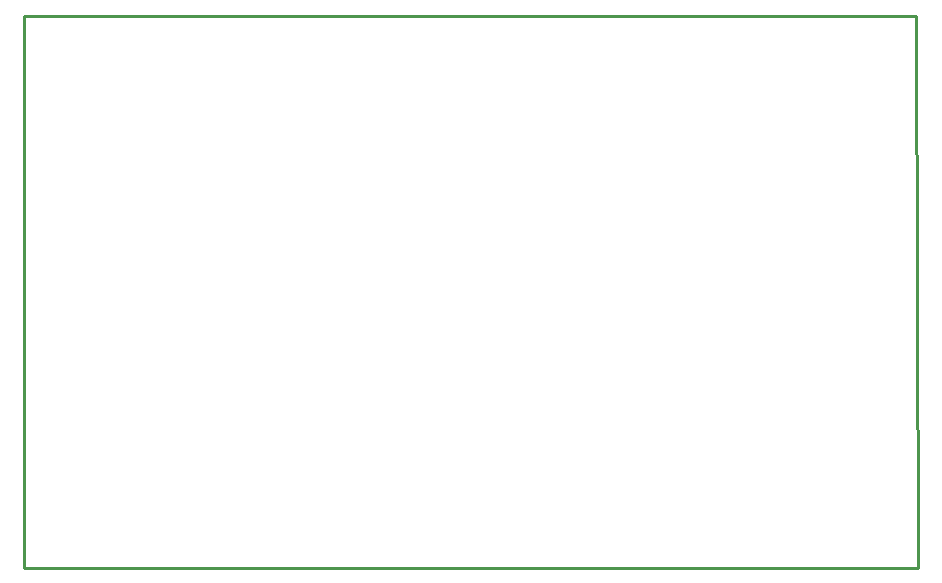
<source format=gko>
G04 Layer: BoardOutlineLayer*
G04 EasyEDA v6.5.40, 2024-02-29 21:32:03*
G04 cd2e8cfeff5242bcb39c02c4be924e2f,f2d9dfb49ed74d9cbdeda56209f77222,10*
G04 Gerber Generator version 0.2*
G04 Scale: 100 percent, Rotated: No, Reflected: No *
G04 Dimensions in millimeters *
G04 leading zeros omitted , absolute positions ,4 integer and 5 decimal *
%FSLAX45Y45*%
%MOMM*%

%ADD10C,0.2540*%
D10*
X7899400Y2705100D02*
G01*
X7899400Y2692400D01*
X330200Y2692400D01*
X330200Y7366000D01*
X700023Y7366000D01*
X723900Y7366000D01*
X685800Y7366000D02*
G01*
X7885780Y7366000D01*
X7886700Y7366000D02*
G01*
X7899400Y2705100D01*

%LPD*%
M02*

</source>
